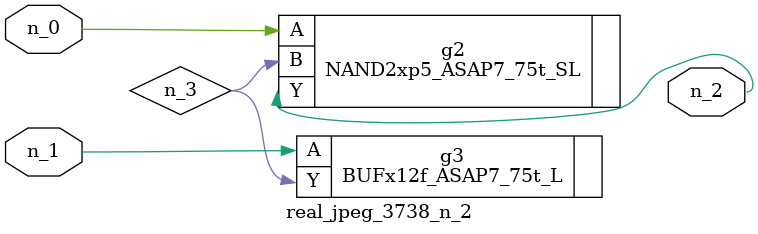
<source format=v>
module real_jpeg_3738_n_2 (n_1, n_0, n_2);

input n_1;
input n_0;

output n_2;

wire n_3;

NAND2xp5_ASAP7_75t_SL g2 ( 
.A(n_0),
.B(n_3),
.Y(n_2)
);

BUFx12f_ASAP7_75t_L g3 ( 
.A(n_1),
.Y(n_3)
);


endmodule
</source>
